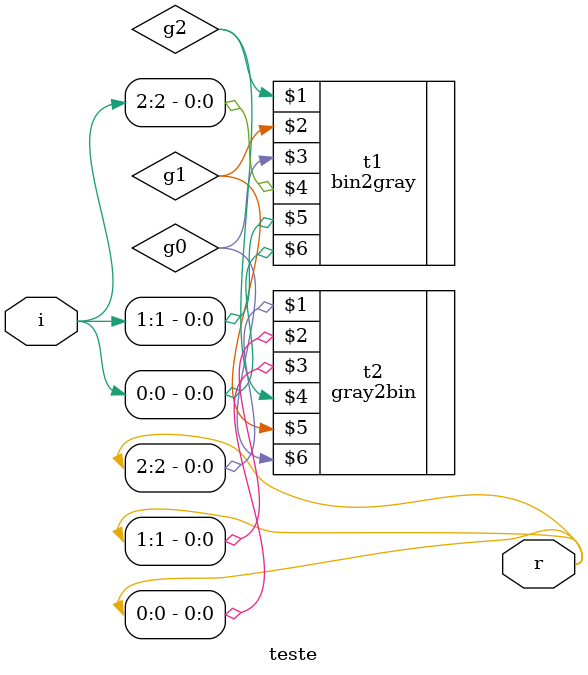
<source format=v>
`timescale 1 ns/100 ps

module teste(output [2:0]r, input [2:0]i);
	wire g2, g1, g0;
	bin2gray t1 (g2, g1, g0, i[2], i[1], i[0]);
	gray2bin t2 (r[2], r[1], r[0], g2, g1, g0);
endmodule
</source>
